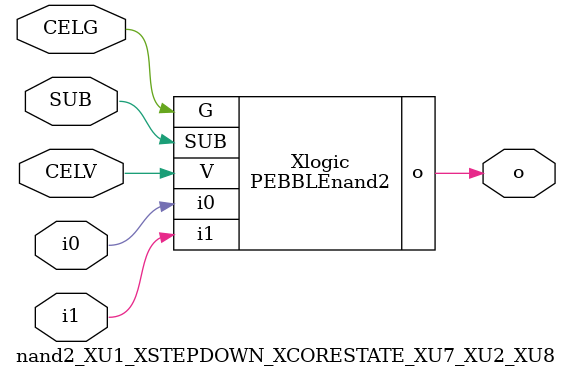
<source format=v>



module PEBBLEnand2 ( o, G, SUB, V, i0, i1 );

  input i0;
  input V;
  input i1;
  input G;
  output o;
  input SUB;
endmodule

//Celera Confidential Do Not Copy nand2_XU1_XSTEPDOWN_XCORESTATE_XU7_XU2_XU8
//Celera Confidential Symbol Generator
//5V NAND2
module nand2_XU1_XSTEPDOWN_XCORESTATE_XU7_XU2_XU8 (CELV,CELG,i0,i1,o,SUB);
input CELV;
input CELG;
input i0;
input i1;
input SUB;
output o;

//Celera Confidential Do Not Copy nand2
PEBBLEnand2 Xlogic(
.V (CELV),
.i0 (i0),
.i1 (i1),
.o (o),
.SUB (SUB),
.G (CELG)
);
//,diesize,PEBBLEnand2

//Celera Confidential Do Not Copy Module End
//Celera Schematic Generator
endmodule

</source>
